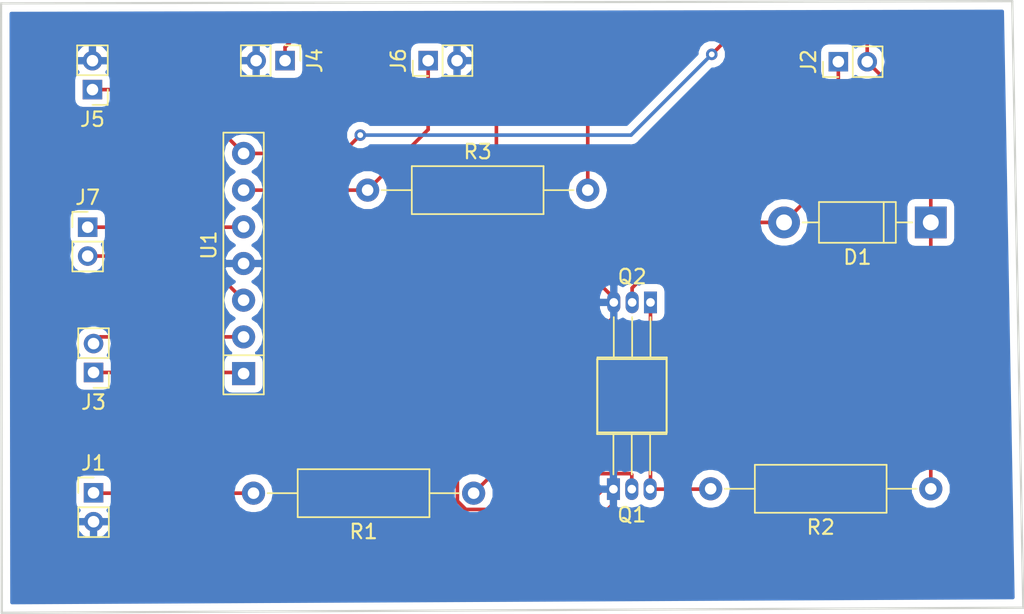
<source format=kicad_pcb>
(kicad_pcb (version 20171130) (host pcbnew "(5.0.2)-1")

  (general
    (thickness 1.6)
    (drawings 6)
    (tracks 76)
    (zones 0)
    (modules 14)
    (nets 13)
  )

  (page A4)
  (layers
    (0 F.Cu signal)
    (31 B.Cu signal)
    (32 B.Adhes user)
    (33 F.Adhes user)
    (34 B.Paste user)
    (35 F.Paste user)
    (36 B.SilkS user)
    (37 F.SilkS user)
    (38 B.Mask user)
    (39 F.Mask user)
    (40 Dwgs.User user)
    (41 Cmts.User user)
    (42 Eco1.User user)
    (43 Eco2.User user)
    (44 Edge.Cuts user)
    (45 Margin user)
    (46 B.CrtYd user)
    (47 F.CrtYd user)
    (48 B.Fab user)
    (49 F.Fab user)
  )

  (setup
    (last_trace_width 0.25)
    (trace_clearance 0.2)
    (zone_clearance 0.508)
    (zone_45_only no)
    (trace_min 0.2)
    (segment_width 0.2)
    (edge_width 0.15)
    (via_size 0.8)
    (via_drill 0.4)
    (via_min_size 0.4)
    (via_min_drill 0.3)
    (uvia_size 0.3)
    (uvia_drill 0.1)
    (uvias_allowed no)
    (uvia_min_size 0.2)
    (uvia_min_drill 0.1)
    (pcb_text_width 0.3)
    (pcb_text_size 1.5 1.5)
    (mod_edge_width 0.15)
    (mod_text_size 1 1)
    (mod_text_width 0.15)
    (pad_size 1.524 1.524)
    (pad_drill 0.762)
    (pad_to_mask_clearance 0.051)
    (solder_mask_min_width 0.25)
    (aux_axis_origin 0 0)
    (visible_elements FFFFFF7F)
    (pcbplotparams
      (layerselection 0x010fc_ffffffff)
      (usegerberextensions false)
      (usegerberattributes false)
      (usegerberadvancedattributes false)
      (creategerberjobfile false)
      (excludeedgelayer true)
      (linewidth 0.100000)
      (plotframeref false)
      (viasonmask false)
      (mode 1)
      (useauxorigin false)
      (hpglpennumber 1)
      (hpglpenspeed 20)
      (hpglpendiameter 15.000000)
      (psnegative false)
      (psa4output false)
      (plotreference true)
      (plotvalue true)
      (plotinvisibletext false)
      (padsonsilk false)
      (subtractmaskfromsilk false)
      (outputformat 1)
      (mirror false)
      (drillshape 1)
      (scaleselection 1)
      (outputdirectory ""))
  )

  (net 0 "")
  (net 1 "Net-(J1-Pad1)")
  (net 2 GND)
  (net 3 +12V)
  (net 4 "Net-(D1-Pad2)")
  (net 5 "Net-(J3-Pad2)")
  (net 6 "Net-(J3-Pad1)")
  (net 7 "Net-(J4-Pad1)")
  (net 8 +5V)
  (net 9 "Net-(J7-Pad1)")
  (net 10 "Net-(J7-Pad2)")
  (net 11 "Net-(Q1-Pad2)")
  (net 12 "Net-(Q1-Pad3)")

  (net_class Default "This is the default net class."
    (clearance 0.2)
    (trace_width 0.25)
    (via_dia 0.8)
    (via_drill 0.4)
    (uvia_dia 0.3)
    (uvia_drill 0.1)
    (add_net +12V)
    (add_net +5V)
    (add_net GND)
    (add_net "Net-(D1-Pad2)")
    (add_net "Net-(J1-Pad1)")
    (add_net "Net-(J3-Pad1)")
    (add_net "Net-(J3-Pad2)")
    (add_net "Net-(J4-Pad1)")
    (add_net "Net-(J7-Pad1)")
    (add_net "Net-(J7-Pad2)")
    (add_net "Net-(Q1-Pad2)")
    (add_net "Net-(Q1-Pad3)")
  )

  (module Pin_Headers:Pin_Header_Straight_1x02_Pitch2.00mm (layer F.Cu) (tedit 59650533) (tstamp 5D0F1E2F)
    (at 51.1302 64.9732)
    (descr "Through hole straight pin header, 1x02, 2.00mm pitch, single row")
    (tags "Through hole pin header THT 1x02 2.00mm single row")
    (path /5D0F0BA9)
    (fp_text reference J1 (at 0 -2.06) (layer F.SilkS)
      (effects (font (size 1 1) (thickness 0.15)))
    )
    (fp_text value EMAG_PWM (at 0 4.06) (layer F.Fab)
      (effects (font (size 1 1) (thickness 0.15)))
    )
    (fp_line (start -0.5 -1) (end 1 -1) (layer F.Fab) (width 0.1))
    (fp_line (start 1 -1) (end 1 3) (layer F.Fab) (width 0.1))
    (fp_line (start 1 3) (end -1 3) (layer F.Fab) (width 0.1))
    (fp_line (start -1 3) (end -1 -0.5) (layer F.Fab) (width 0.1))
    (fp_line (start -1 -0.5) (end -0.5 -1) (layer F.Fab) (width 0.1))
    (fp_line (start -1.06 3.06) (end 1.06 3.06) (layer F.SilkS) (width 0.12))
    (fp_line (start -1.06 1) (end -1.06 3.06) (layer F.SilkS) (width 0.12))
    (fp_line (start 1.06 1) (end 1.06 3.06) (layer F.SilkS) (width 0.12))
    (fp_line (start -1.06 1) (end 1.06 1) (layer F.SilkS) (width 0.12))
    (fp_line (start -1.06 0) (end -1.06 -1.06) (layer F.SilkS) (width 0.12))
    (fp_line (start -1.06 -1.06) (end 0 -1.06) (layer F.SilkS) (width 0.12))
    (fp_line (start -1.5 -1.5) (end -1.5 3.5) (layer F.CrtYd) (width 0.05))
    (fp_line (start -1.5 3.5) (end 1.5 3.5) (layer F.CrtYd) (width 0.05))
    (fp_line (start 1.5 3.5) (end 1.5 -1.5) (layer F.CrtYd) (width 0.05))
    (fp_line (start 1.5 -1.5) (end -1.5 -1.5) (layer F.CrtYd) (width 0.05))
    (fp_text user %R (at 0 1 90) (layer F.Fab)
      (effects (font (size 1 1) (thickness 0.15)))
    )
    (pad 1 thru_hole rect (at 0 0) (size 1.35 1.35) (drill 0.8) (layers *.Cu *.Mask)
      (net 1 "Net-(J1-Pad1)"))
    (pad 2 thru_hole oval (at 0 2) (size 1.35 1.35) (drill 0.8) (layers *.Cu *.Mask)
      (net 2 GND))
    (model ${KISYS3DMOD}/Pin_Headers.3dshapes/Pin_Header_Straight_1x02_Pitch2.00mm.wrl
      (at (xyz 0 0 0))
      (scale (xyz 1 1 1))
      (rotate (xyz 0 0 0))
    )
  )

  (module Pin_Headers:Pin_Header_Straight_1x02_Pitch2.00mm (layer F.Cu) (tedit 59650533) (tstamp 5D0F1E45)
    (at 102.6922 35.1282 90)
    (descr "Through hole straight pin header, 1x02, 2.00mm pitch, single row")
    (tags "Through hole pin header THT 1x02 2.00mm single row")
    (path /5D0F0B57)
    (fp_text reference J2 (at 0 -2.06 90) (layer F.SilkS)
      (effects (font (size 1 1) (thickness 0.15)))
    )
    (fp_text value EMAG_OUT (at 0 4.06 90) (layer F.Fab)
      (effects (font (size 1 1) (thickness 0.15)))
    )
    (fp_text user %R (at 0 1 180) (layer F.Fab)
      (effects (font (size 1 1) (thickness 0.15)))
    )
    (fp_line (start 1.5 -1.5) (end -1.5 -1.5) (layer F.CrtYd) (width 0.05))
    (fp_line (start 1.5 3.5) (end 1.5 -1.5) (layer F.CrtYd) (width 0.05))
    (fp_line (start -1.5 3.5) (end 1.5 3.5) (layer F.CrtYd) (width 0.05))
    (fp_line (start -1.5 -1.5) (end -1.5 3.5) (layer F.CrtYd) (width 0.05))
    (fp_line (start -1.06 -1.06) (end 0 -1.06) (layer F.SilkS) (width 0.12))
    (fp_line (start -1.06 0) (end -1.06 -1.06) (layer F.SilkS) (width 0.12))
    (fp_line (start -1.06 1) (end 1.06 1) (layer F.SilkS) (width 0.12))
    (fp_line (start 1.06 1) (end 1.06 3.06) (layer F.SilkS) (width 0.12))
    (fp_line (start -1.06 1) (end -1.06 3.06) (layer F.SilkS) (width 0.12))
    (fp_line (start -1.06 3.06) (end 1.06 3.06) (layer F.SilkS) (width 0.12))
    (fp_line (start -1 -0.5) (end -0.5 -1) (layer F.Fab) (width 0.1))
    (fp_line (start -1 3) (end -1 -0.5) (layer F.Fab) (width 0.1))
    (fp_line (start 1 3) (end -1 3) (layer F.Fab) (width 0.1))
    (fp_line (start 1 -1) (end 1 3) (layer F.Fab) (width 0.1))
    (fp_line (start -0.5 -1) (end 1 -1) (layer F.Fab) (width 0.1))
    (pad 2 thru_hole oval (at 0 2 90) (size 1.35 1.35) (drill 0.8) (layers *.Cu *.Mask)
      (net 3 +12V))
    (pad 1 thru_hole rect (at 0 0 90) (size 1.35 1.35) (drill 0.8) (layers *.Cu *.Mask)
      (net 4 "Net-(D1-Pad2)"))
    (model ${KISYS3DMOD}/Pin_Headers.3dshapes/Pin_Header_Straight_1x02_Pitch2.00mm.wrl
      (at (xyz 0 0 0))
      (scale (xyz 1 1 1))
      (rotate (xyz 0 0 0))
    )
  )

  (module Pin_Headers:Pin_Header_Straight_1x02_Pitch2.00mm (layer F.Cu) (tedit 59650533) (tstamp 5D0F2300)
    (at 51.1302 56.642 180)
    (descr "Through hole straight pin header, 1x02, 2.00mm pitch, single row")
    (tags "Through hole pin header THT 1x02 2.00mm single row")
    (path /5D0F0BC0)
    (fp_text reference J3 (at 0 -2.06 180) (layer F.SilkS)
      (effects (font (size 1 1) (thickness 0.15)))
    )
    (fp_text value MOTOR_PWM (at 0 4.06 180) (layer F.Fab)
      (effects (font (size 1 1) (thickness 0.15)))
    )
    (fp_text user %R (at 0 1 270) (layer F.Fab)
      (effects (font (size 1 1) (thickness 0.15)))
    )
    (fp_line (start 1.5 -1.5) (end -1.5 -1.5) (layer F.CrtYd) (width 0.05))
    (fp_line (start 1.5 3.5) (end 1.5 -1.5) (layer F.CrtYd) (width 0.05))
    (fp_line (start -1.5 3.5) (end 1.5 3.5) (layer F.CrtYd) (width 0.05))
    (fp_line (start -1.5 -1.5) (end -1.5 3.5) (layer F.CrtYd) (width 0.05))
    (fp_line (start -1.06 -1.06) (end 0 -1.06) (layer F.SilkS) (width 0.12))
    (fp_line (start -1.06 0) (end -1.06 -1.06) (layer F.SilkS) (width 0.12))
    (fp_line (start -1.06 1) (end 1.06 1) (layer F.SilkS) (width 0.12))
    (fp_line (start 1.06 1) (end 1.06 3.06) (layer F.SilkS) (width 0.12))
    (fp_line (start -1.06 1) (end -1.06 3.06) (layer F.SilkS) (width 0.12))
    (fp_line (start -1.06 3.06) (end 1.06 3.06) (layer F.SilkS) (width 0.12))
    (fp_line (start -1 -0.5) (end -0.5 -1) (layer F.Fab) (width 0.1))
    (fp_line (start -1 3) (end -1 -0.5) (layer F.Fab) (width 0.1))
    (fp_line (start 1 3) (end -1 3) (layer F.Fab) (width 0.1))
    (fp_line (start 1 -1) (end 1 3) (layer F.Fab) (width 0.1))
    (fp_line (start -0.5 -1) (end 1 -1) (layer F.Fab) (width 0.1))
    (pad 2 thru_hole oval (at 0 2 180) (size 1.35 1.35) (drill 0.8) (layers *.Cu *.Mask)
      (net 5 "Net-(J3-Pad2)"))
    (pad 1 thru_hole rect (at 0 0 180) (size 1.35 1.35) (drill 0.8) (layers *.Cu *.Mask)
      (net 6 "Net-(J3-Pad1)"))
    (model ${KISYS3DMOD}/Pin_Headers.3dshapes/Pin_Header_Straight_1x02_Pitch2.00mm.wrl
      (at (xyz 0 0 0))
      (scale (xyz 1 1 1))
      (rotate (xyz 0 0 0))
    )
  )

  (module Pin_Headers:Pin_Header_Straight_1x02_Pitch2.00mm (layer F.Cu) (tedit 59650533) (tstamp 5D0F1E71)
    (at 64.389 35.052 270)
    (descr "Through hole straight pin header, 1x02, 2.00mm pitch, single row")
    (tags "Through hole pin header THT 1x02 2.00mm single row")
    (path /5D0F0C15)
    (fp_text reference J4 (at 0 -2.06 270) (layer F.SilkS)
      (effects (font (size 1 1) (thickness 0.15)))
    )
    (fp_text value LMT_switch (at 0 4.06 270) (layer F.Fab)
      (effects (font (size 1 1) (thickness 0.15)))
    )
    (fp_text user %R (at 0 1) (layer F.Fab)
      (effects (font (size 1 1) (thickness 0.15)))
    )
    (fp_line (start 1.5 -1.5) (end -1.5 -1.5) (layer F.CrtYd) (width 0.05))
    (fp_line (start 1.5 3.5) (end 1.5 -1.5) (layer F.CrtYd) (width 0.05))
    (fp_line (start -1.5 3.5) (end 1.5 3.5) (layer F.CrtYd) (width 0.05))
    (fp_line (start -1.5 -1.5) (end -1.5 3.5) (layer F.CrtYd) (width 0.05))
    (fp_line (start -1.06 -1.06) (end 0 -1.06) (layer F.SilkS) (width 0.12))
    (fp_line (start -1.06 0) (end -1.06 -1.06) (layer F.SilkS) (width 0.12))
    (fp_line (start -1.06 1) (end 1.06 1) (layer F.SilkS) (width 0.12))
    (fp_line (start 1.06 1) (end 1.06 3.06) (layer F.SilkS) (width 0.12))
    (fp_line (start -1.06 1) (end -1.06 3.06) (layer F.SilkS) (width 0.12))
    (fp_line (start -1.06 3.06) (end 1.06 3.06) (layer F.SilkS) (width 0.12))
    (fp_line (start -1 -0.5) (end -0.5 -1) (layer F.Fab) (width 0.1))
    (fp_line (start -1 3) (end -1 -0.5) (layer F.Fab) (width 0.1))
    (fp_line (start 1 3) (end -1 3) (layer F.Fab) (width 0.1))
    (fp_line (start 1 -1) (end 1 3) (layer F.Fab) (width 0.1))
    (fp_line (start -0.5 -1) (end 1 -1) (layer F.Fab) (width 0.1))
    (pad 2 thru_hole oval (at 0 2 270) (size 1.35 1.35) (drill 0.8) (layers *.Cu *.Mask)
      (net 2 GND))
    (pad 1 thru_hole rect (at 0 0 270) (size 1.35 1.35) (drill 0.8) (layers *.Cu *.Mask)
      (net 7 "Net-(J4-Pad1)"))
    (model ${KISYS3DMOD}/Pin_Headers.3dshapes/Pin_Header_Straight_1x02_Pitch2.00mm.wrl
      (at (xyz 0 0 0))
      (scale (xyz 1 1 1))
      (rotate (xyz 0 0 0))
    )
  )

  (module Pin_Headers:Pin_Header_Straight_1x02_Pitch2.00mm (layer F.Cu) (tedit 59650533) (tstamp 5D0F1E87)
    (at 51.054 37.0586 180)
    (descr "Through hole straight pin header, 1x02, 2.00mm pitch, single row")
    (tags "Through hole pin header THT 1x02 2.00mm single row")
    (path /5D0F0C29)
    (fp_text reference J5 (at 0 -2.06 180) (layer F.SilkS)
      (effects (font (size 1 1) (thickness 0.15)))
    )
    (fp_text value HV_PWR (at 0 4.06 180) (layer F.Fab)
      (effects (font (size 1 1) (thickness 0.15)))
    )
    (fp_line (start -0.5 -1) (end 1 -1) (layer F.Fab) (width 0.1))
    (fp_line (start 1 -1) (end 1 3) (layer F.Fab) (width 0.1))
    (fp_line (start 1 3) (end -1 3) (layer F.Fab) (width 0.1))
    (fp_line (start -1 3) (end -1 -0.5) (layer F.Fab) (width 0.1))
    (fp_line (start -1 -0.5) (end -0.5 -1) (layer F.Fab) (width 0.1))
    (fp_line (start -1.06 3.06) (end 1.06 3.06) (layer F.SilkS) (width 0.12))
    (fp_line (start -1.06 1) (end -1.06 3.06) (layer F.SilkS) (width 0.12))
    (fp_line (start 1.06 1) (end 1.06 3.06) (layer F.SilkS) (width 0.12))
    (fp_line (start -1.06 1) (end 1.06 1) (layer F.SilkS) (width 0.12))
    (fp_line (start -1.06 0) (end -1.06 -1.06) (layer F.SilkS) (width 0.12))
    (fp_line (start -1.06 -1.06) (end 0 -1.06) (layer F.SilkS) (width 0.12))
    (fp_line (start -1.5 -1.5) (end -1.5 3.5) (layer F.CrtYd) (width 0.05))
    (fp_line (start -1.5 3.5) (end 1.5 3.5) (layer F.CrtYd) (width 0.05))
    (fp_line (start 1.5 3.5) (end 1.5 -1.5) (layer F.CrtYd) (width 0.05))
    (fp_line (start 1.5 -1.5) (end -1.5 -1.5) (layer F.CrtYd) (width 0.05))
    (fp_text user %R (at 0 1 270) (layer F.Fab)
      (effects (font (size 1 1) (thickness 0.15)))
    )
    (pad 1 thru_hole rect (at 0 0 180) (size 1.35 1.35) (drill 0.8) (layers *.Cu *.Mask)
      (net 3 +12V))
    (pad 2 thru_hole oval (at 0 2 180) (size 1.35 1.35) (drill 0.8) (layers *.Cu *.Mask)
      (net 2 GND))
    (model ${KISYS3DMOD}/Pin_Headers.3dshapes/Pin_Header_Straight_1x02_Pitch2.00mm.wrl
      (at (xyz 0 0 0))
      (scale (xyz 1 1 1))
      (rotate (xyz 0 0 0))
    )
  )

  (module Pin_Headers:Pin_Header_Straight_1x02_Pitch2.00mm (layer F.Cu) (tedit 59650533) (tstamp 5D0F3CF1)
    (at 74.295 35.052 90)
    (descr "Through hole straight pin header, 1x02, 2.00mm pitch, single row")
    (tags "Through hole pin header THT 1x02 2.00mm single row")
    (path /5D0F0C3C)
    (fp_text reference J6 (at 0 -2.06 90) (layer F.SilkS)
      (effects (font (size 1 1) (thickness 0.15)))
    )
    (fp_text value LV_PWR (at 0 4.06 90) (layer F.Fab)
      (effects (font (size 1 1) (thickness 0.15)))
    )
    (fp_text user %R (at 0 1 180) (layer F.Fab)
      (effects (font (size 1 1) (thickness 0.15)))
    )
    (fp_line (start 1.5 -1.5) (end -1.5 -1.5) (layer F.CrtYd) (width 0.05))
    (fp_line (start 1.5 3.5) (end 1.5 -1.5) (layer F.CrtYd) (width 0.05))
    (fp_line (start -1.5 3.5) (end 1.5 3.5) (layer F.CrtYd) (width 0.05))
    (fp_line (start -1.5 -1.5) (end -1.5 3.5) (layer F.CrtYd) (width 0.05))
    (fp_line (start -1.06 -1.06) (end 0 -1.06) (layer F.SilkS) (width 0.12))
    (fp_line (start -1.06 0) (end -1.06 -1.06) (layer F.SilkS) (width 0.12))
    (fp_line (start -1.06 1) (end 1.06 1) (layer F.SilkS) (width 0.12))
    (fp_line (start 1.06 1) (end 1.06 3.06) (layer F.SilkS) (width 0.12))
    (fp_line (start -1.06 1) (end -1.06 3.06) (layer F.SilkS) (width 0.12))
    (fp_line (start -1.06 3.06) (end 1.06 3.06) (layer F.SilkS) (width 0.12))
    (fp_line (start -1 -0.5) (end -0.5 -1) (layer F.Fab) (width 0.1))
    (fp_line (start -1 3) (end -1 -0.5) (layer F.Fab) (width 0.1))
    (fp_line (start 1 3) (end -1 3) (layer F.Fab) (width 0.1))
    (fp_line (start 1 -1) (end 1 3) (layer F.Fab) (width 0.1))
    (fp_line (start -0.5 -1) (end 1 -1) (layer F.Fab) (width 0.1))
    (pad 2 thru_hole oval (at 0 2 90) (size 1.35 1.35) (drill 0.8) (layers *.Cu *.Mask)
      (net 2 GND))
    (pad 1 thru_hole rect (at 0 0 90) (size 1.35 1.35) (drill 0.8) (layers *.Cu *.Mask)
      (net 8 +5V))
    (model ${KISYS3DMOD}/Pin_Headers.3dshapes/Pin_Header_Straight_1x02_Pitch2.00mm.wrl
      (at (xyz 0 0 0))
      (scale (xyz 1 1 1))
      (rotate (xyz 0 0 0))
    )
  )

  (module Pin_Headers:Pin_Header_Straight_1x02_Pitch2.00mm (layer F.Cu) (tedit 59650533) (tstamp 5D0F3332)
    (at 50.7238 46.5836)
    (descr "Through hole straight pin header, 1x02, 2.00mm pitch, single row")
    (tags "Through hole pin header THT 1x02 2.00mm single row")
    (path /5D0F0C02)
    (fp_text reference J7 (at 0 -2.06) (layer F.SilkS)
      (effects (font (size 1 1) (thickness 0.15)))
    )
    (fp_text value MOTOR_OUT (at 0 4.06) (layer F.Fab)
      (effects (font (size 1 1) (thickness 0.15)))
    )
    (fp_line (start -0.5 -1) (end 1 -1) (layer F.Fab) (width 0.1))
    (fp_line (start 1 -1) (end 1 3) (layer F.Fab) (width 0.1))
    (fp_line (start 1 3) (end -1 3) (layer F.Fab) (width 0.1))
    (fp_line (start -1 3) (end -1 -0.5) (layer F.Fab) (width 0.1))
    (fp_line (start -1 -0.5) (end -0.5 -1) (layer F.Fab) (width 0.1))
    (fp_line (start -1.06 3.06) (end 1.06 3.06) (layer F.SilkS) (width 0.12))
    (fp_line (start -1.06 1) (end -1.06 3.06) (layer F.SilkS) (width 0.12))
    (fp_line (start 1.06 1) (end 1.06 3.06) (layer F.SilkS) (width 0.12))
    (fp_line (start -1.06 1) (end 1.06 1) (layer F.SilkS) (width 0.12))
    (fp_line (start -1.06 0) (end -1.06 -1.06) (layer F.SilkS) (width 0.12))
    (fp_line (start -1.06 -1.06) (end 0 -1.06) (layer F.SilkS) (width 0.12))
    (fp_line (start -1.5 -1.5) (end -1.5 3.5) (layer F.CrtYd) (width 0.05))
    (fp_line (start -1.5 3.5) (end 1.5 3.5) (layer F.CrtYd) (width 0.05))
    (fp_line (start 1.5 3.5) (end 1.5 -1.5) (layer F.CrtYd) (width 0.05))
    (fp_line (start 1.5 -1.5) (end -1.5 -1.5) (layer F.CrtYd) (width 0.05))
    (fp_text user %R (at 0 1 90) (layer F.Fab)
      (effects (font (size 1 1) (thickness 0.15)))
    )
    (pad 1 thru_hole rect (at 0 0) (size 1.35 1.35) (drill 0.8) (layers *.Cu *.Mask)
      (net 9 "Net-(J7-Pad1)"))
    (pad 2 thru_hole oval (at 0 2) (size 1.35 1.35) (drill 0.8) (layers *.Cu *.Mask)
      (net 10 "Net-(J7-Pad2)"))
    (model ${KISYS3DMOD}/Pin_Headers.3dshapes/Pin_Header_Straight_1x02_Pitch2.00mm.wrl
      (at (xyz 0 0 0))
      (scale (xyz 1 1 1))
      (rotate (xyz 0 0 0))
    )
  )

  (module Resistors_THT:R_Axial_DIN0309_L9.0mm_D3.2mm_P15.24mm_Horizontal (layer F.Cu) (tedit 5874F706) (tstamp 5D0F1EC9)
    (at 77.4446 64.9986 180)
    (descr "Resistor, Axial_DIN0309 series, Axial, Horizontal, pin pitch=15.24mm, 0.5W = 1/2W, length*diameter=9*3.2mm^2, http://cdn-reichelt.de/documents/datenblatt/B400/1_4W%23YAG.pdf")
    (tags "Resistor Axial_DIN0309 series Axial Horizontal pin pitch 15.24mm 0.5W = 1/2W length 9mm diameter 3.2mm")
    (path /5D0F0C6F)
    (fp_text reference R1 (at 7.62 -2.66 180) (layer F.SilkS)
      (effects (font (size 1 1) (thickness 0.15)))
    )
    (fp_text value 47k (at 7.62 2.66 180) (layer F.Fab)
      (effects (font (size 1 1) (thickness 0.15)))
    )
    (fp_line (start 16.3 -1.95) (end -1.05 -1.95) (layer F.CrtYd) (width 0.05))
    (fp_line (start 16.3 1.95) (end 16.3 -1.95) (layer F.CrtYd) (width 0.05))
    (fp_line (start -1.05 1.95) (end 16.3 1.95) (layer F.CrtYd) (width 0.05))
    (fp_line (start -1.05 -1.95) (end -1.05 1.95) (layer F.CrtYd) (width 0.05))
    (fp_line (start 14.26 0) (end 12.18 0) (layer F.SilkS) (width 0.12))
    (fp_line (start 0.98 0) (end 3.06 0) (layer F.SilkS) (width 0.12))
    (fp_line (start 12.18 -1.66) (end 3.06 -1.66) (layer F.SilkS) (width 0.12))
    (fp_line (start 12.18 1.66) (end 12.18 -1.66) (layer F.SilkS) (width 0.12))
    (fp_line (start 3.06 1.66) (end 12.18 1.66) (layer F.SilkS) (width 0.12))
    (fp_line (start 3.06 -1.66) (end 3.06 1.66) (layer F.SilkS) (width 0.12))
    (fp_line (start 15.24 0) (end 12.12 0) (layer F.Fab) (width 0.1))
    (fp_line (start 0 0) (end 3.12 0) (layer F.Fab) (width 0.1))
    (fp_line (start 12.12 -1.6) (end 3.12 -1.6) (layer F.Fab) (width 0.1))
    (fp_line (start 12.12 1.6) (end 12.12 -1.6) (layer F.Fab) (width 0.1))
    (fp_line (start 3.12 1.6) (end 12.12 1.6) (layer F.Fab) (width 0.1))
    (fp_line (start 3.12 -1.6) (end 3.12 1.6) (layer F.Fab) (width 0.1))
    (pad 2 thru_hole oval (at 15.24 0 180) (size 1.6 1.6) (drill 0.8) (layers *.Cu *.Mask)
      (net 1 "Net-(J1-Pad1)"))
    (pad 1 thru_hole circle (at 0 0 180) (size 1.6 1.6) (drill 0.8) (layers *.Cu *.Mask)
      (net 11 "Net-(Q1-Pad2)"))
    (model ${KISYS3DMOD}/Resistors_THT.3dshapes/R_Axial_DIN0309_L9.0mm_D3.2mm_P15.24mm_Horizontal.wrl
      (at (xyz 0 0 0))
      (scale (xyz 0.393701 0.393701 0.393701))
      (rotate (xyz 0 0 0))
    )
  )

  (module Resistors_THT:R_Axial_DIN0309_L9.0mm_D3.2mm_P15.24mm_Horizontal (layer F.Cu) (tedit 5874F706) (tstamp 5D0F1EDF)
    (at 109.093 64.6938 180)
    (descr "Resistor, Axial_DIN0309 series, Axial, Horizontal, pin pitch=15.24mm, 0.5W = 1/2W, length*diameter=9*3.2mm^2, http://cdn-reichelt.de/documents/datenblatt/B400/1_4W%23YAG.pdf")
    (tags "Resistor Axial_DIN0309 series Axial Horizontal pin pitch 15.24mm 0.5W = 1/2W length 9mm diameter 3.2mm")
    (path /5D0F0CD2)
    (fp_text reference R2 (at 7.62 -2.66 180) (layer F.SilkS)
      (effects (font (size 1 1) (thickness 0.15)))
    )
    (fp_text value 4.6k (at 7.62 2.66 180) (layer F.Fab)
      (effects (font (size 1 1) (thickness 0.15)))
    )
    (fp_line (start 3.12 -1.6) (end 3.12 1.6) (layer F.Fab) (width 0.1))
    (fp_line (start 3.12 1.6) (end 12.12 1.6) (layer F.Fab) (width 0.1))
    (fp_line (start 12.12 1.6) (end 12.12 -1.6) (layer F.Fab) (width 0.1))
    (fp_line (start 12.12 -1.6) (end 3.12 -1.6) (layer F.Fab) (width 0.1))
    (fp_line (start 0 0) (end 3.12 0) (layer F.Fab) (width 0.1))
    (fp_line (start 15.24 0) (end 12.12 0) (layer F.Fab) (width 0.1))
    (fp_line (start 3.06 -1.66) (end 3.06 1.66) (layer F.SilkS) (width 0.12))
    (fp_line (start 3.06 1.66) (end 12.18 1.66) (layer F.SilkS) (width 0.12))
    (fp_line (start 12.18 1.66) (end 12.18 -1.66) (layer F.SilkS) (width 0.12))
    (fp_line (start 12.18 -1.66) (end 3.06 -1.66) (layer F.SilkS) (width 0.12))
    (fp_line (start 0.98 0) (end 3.06 0) (layer F.SilkS) (width 0.12))
    (fp_line (start 14.26 0) (end 12.18 0) (layer F.SilkS) (width 0.12))
    (fp_line (start -1.05 -1.95) (end -1.05 1.95) (layer F.CrtYd) (width 0.05))
    (fp_line (start -1.05 1.95) (end 16.3 1.95) (layer F.CrtYd) (width 0.05))
    (fp_line (start 16.3 1.95) (end 16.3 -1.95) (layer F.CrtYd) (width 0.05))
    (fp_line (start 16.3 -1.95) (end -1.05 -1.95) (layer F.CrtYd) (width 0.05))
    (pad 1 thru_hole circle (at 0 0 180) (size 1.6 1.6) (drill 0.8) (layers *.Cu *.Mask)
      (net 3 +12V))
    (pad 2 thru_hole oval (at 15.24 0 180) (size 1.6 1.6) (drill 0.8) (layers *.Cu *.Mask)
      (net 12 "Net-(Q1-Pad3)"))
    (model ${KISYS3DMOD}/Resistors_THT.3dshapes/R_Axial_DIN0309_L9.0mm_D3.2mm_P15.24mm_Horizontal.wrl
      (at (xyz 0 0 0))
      (scale (xyz 0.393701 0.393701 0.393701))
      (rotate (xyz 0 0 0))
    )
  )

  (module Resistors_THT:R_Axial_DIN0309_L9.0mm_D3.2mm_P15.24mm_Horizontal (layer F.Cu) (tedit 5874F706) (tstamp 5D0F1EF5)
    (at 70.104 44.0182)
    (descr "Resistor, Axial_DIN0309 series, Axial, Horizontal, pin pitch=15.24mm, 0.5W = 1/2W, length*diameter=9*3.2mm^2, http://cdn-reichelt.de/documents/datenblatt/B400/1_4W%23YAG.pdf")
    (tags "Resistor Axial_DIN0309 series Axial Horizontal pin pitch 15.24mm 0.5W = 1/2W length 9mm diameter 3.2mm")
    (path /5D0F0CFC)
    (fp_text reference R3 (at 7.62 -2.66) (layer F.SilkS)
      (effects (font (size 1 1) (thickness 0.15)))
    )
    (fp_text value 1k (at 7.62 2.66) (layer F.Fab)
      (effects (font (size 1 1) (thickness 0.15)))
    )
    (fp_line (start 16.3 -1.95) (end -1.05 -1.95) (layer F.CrtYd) (width 0.05))
    (fp_line (start 16.3 1.95) (end 16.3 -1.95) (layer F.CrtYd) (width 0.05))
    (fp_line (start -1.05 1.95) (end 16.3 1.95) (layer F.CrtYd) (width 0.05))
    (fp_line (start -1.05 -1.95) (end -1.05 1.95) (layer F.CrtYd) (width 0.05))
    (fp_line (start 14.26 0) (end 12.18 0) (layer F.SilkS) (width 0.12))
    (fp_line (start 0.98 0) (end 3.06 0) (layer F.SilkS) (width 0.12))
    (fp_line (start 12.18 -1.66) (end 3.06 -1.66) (layer F.SilkS) (width 0.12))
    (fp_line (start 12.18 1.66) (end 12.18 -1.66) (layer F.SilkS) (width 0.12))
    (fp_line (start 3.06 1.66) (end 12.18 1.66) (layer F.SilkS) (width 0.12))
    (fp_line (start 3.06 -1.66) (end 3.06 1.66) (layer F.SilkS) (width 0.12))
    (fp_line (start 15.24 0) (end 12.12 0) (layer F.Fab) (width 0.1))
    (fp_line (start 0 0) (end 3.12 0) (layer F.Fab) (width 0.1))
    (fp_line (start 12.12 -1.6) (end 3.12 -1.6) (layer F.Fab) (width 0.1))
    (fp_line (start 12.12 1.6) (end 12.12 -1.6) (layer F.Fab) (width 0.1))
    (fp_line (start 3.12 1.6) (end 12.12 1.6) (layer F.Fab) (width 0.1))
    (fp_line (start 3.12 -1.6) (end 3.12 1.6) (layer F.Fab) (width 0.1))
    (pad 2 thru_hole oval (at 15.24 0) (size 1.6 1.6) (drill 0.8) (layers *.Cu *.Mask)
      (net 7 "Net-(J4-Pad1)"))
    (pad 1 thru_hole circle (at 0 0) (size 1.6 1.6) (drill 0.8) (layers *.Cu *.Mask)
      (net 8 +5V))
    (model ${KISYS3DMOD}/Resistors_THT.3dshapes/R_Axial_DIN0309_L9.0mm_D3.2mm_P15.24mm_Horizontal.wrl
      (at (xyz 0 0 0))
      (scale (xyz 0.393701 0.393701 0.393701))
      (rotate (xyz 0 0 0))
    )
  )

  (module Resistors_THT:R_Array_SIP7 (layer F.Cu) (tedit 57FA3974) (tstamp 5D0F1F0E)
    (at 61.5188 56.7182 90)
    (descr "7-pin Resistor SIP pack")
    (tags R)
    (path /5D0F334E)
    (fp_text reference U1 (at 8.89 -2.4 90) (layer F.SilkS)
      (effects (font (size 1 1) (thickness 0.15)))
    )
    (fp_text value TA7267BP (at 8.89 2.4 90) (layer F.Fab)
      (effects (font (size 1 1) (thickness 0.15)))
    )
    (fp_line (start 16.95 -1.65) (end -1.7 -1.65) (layer F.CrtYd) (width 0.05))
    (fp_line (start 16.95 1.65) (end 16.95 -1.65) (layer F.CrtYd) (width 0.05))
    (fp_line (start -1.7 1.65) (end 16.95 1.65) (layer F.CrtYd) (width 0.05))
    (fp_line (start -1.7 -1.65) (end -1.7 1.65) (layer F.CrtYd) (width 0.05))
    (fp_line (start 1.27 -1.4) (end 1.27 1.4) (layer F.SilkS) (width 0.12))
    (fp_line (start 16.68 -1.4) (end -1.44 -1.4) (layer F.SilkS) (width 0.12))
    (fp_line (start 16.68 1.4) (end 16.68 -1.4) (layer F.SilkS) (width 0.12))
    (fp_line (start -1.44 1.4) (end 16.68 1.4) (layer F.SilkS) (width 0.12))
    (fp_line (start -1.44 -1.4) (end -1.44 1.4) (layer F.SilkS) (width 0.12))
    (fp_line (start 1.27 -1.25) (end 1.27 1.25) (layer F.Fab) (width 0.1))
    (fp_line (start 16.53 -1.25) (end -1.29 -1.25) (layer F.Fab) (width 0.1))
    (fp_line (start 16.53 1.25) (end 16.53 -1.25) (layer F.Fab) (width 0.1))
    (fp_line (start -1.29 1.25) (end 16.53 1.25) (layer F.Fab) (width 0.1))
    (fp_line (start -1.29 -1.25) (end -1.29 1.25) (layer F.Fab) (width 0.1))
    (pad 7 thru_hole oval (at 15.24 0 90) (size 1.6 1.6) (drill 0.8) (layers *.Cu *.Mask)
      (net 3 +12V))
    (pad 6 thru_hole oval (at 12.7 0 90) (size 1.6 1.6) (drill 0.8) (layers *.Cu *.Mask)
      (net 8 +5V))
    (pad 5 thru_hole oval (at 10.16 0 90) (size 1.6 1.6) (drill 0.8) (layers *.Cu *.Mask)
      (net 9 "Net-(J7-Pad1)"))
    (pad 4 thru_hole oval (at 7.62 0 90) (size 1.6 1.6) (drill 0.8) (layers *.Cu *.Mask)
      (net 2 GND))
    (pad 3 thru_hole oval (at 5.08 0 90) (size 1.6 1.6) (drill 0.8) (layers *.Cu *.Mask)
      (net 10 "Net-(J7-Pad2)"))
    (pad 2 thru_hole oval (at 2.54 0 90) (size 1.6 1.6) (drill 0.8) (layers *.Cu *.Mask)
      (net 5 "Net-(J3-Pad2)"))
    (pad 1 thru_hole rect (at 0 0 90) (size 1.6 1.6) (drill 0.8) (layers *.Cu *.Mask)
      (net 6 "Net-(J3-Pad1)"))
    (model ${KISYS3DMOD}/Resistors_THT.3dshapes/R_Array_SIP7.wrl
      (at (xyz 0 0 0))
      (scale (xyz 0.39 0.39 0.39))
      (rotate (xyz 0 0 0))
    )
  )

  (module Diodes_THT:D_DO-41_SOD81_P10.16mm_Horizontal (layer F.Cu) (tedit 5921392F) (tstamp 5D0F30E0)
    (at 109.093 46.2534 180)
    (descr "D, DO-41_SOD81 series, Axial, Horizontal, pin pitch=10.16mm, , length*diameter=5.2*2.7mm^2, , http://www.diodes.com/_files/packages/DO-41%20(Plastic).pdf")
    (tags "D DO-41_SOD81 series Axial Horizontal pin pitch 10.16mm  length 5.2mm diameter 2.7mm")
    (path /5D0F90E9)
    (fp_text reference D1 (at 5.08 -2.41 180) (layer F.SilkS)
      (effects (font (size 1 1) (thickness 0.15)))
    )
    (fp_text value 1N4005 (at 5.08 2.41 180) (layer F.Fab)
      (effects (font (size 1 1) (thickness 0.15)))
    )
    (fp_line (start 11.55 -1.7) (end -1.35 -1.7) (layer F.CrtYd) (width 0.05))
    (fp_line (start 11.55 1.7) (end 11.55 -1.7) (layer F.CrtYd) (width 0.05))
    (fp_line (start -1.35 1.7) (end 11.55 1.7) (layer F.CrtYd) (width 0.05))
    (fp_line (start -1.35 -1.7) (end -1.35 1.7) (layer F.CrtYd) (width 0.05))
    (fp_line (start 3.26 -1.41) (end 3.26 1.41) (layer F.SilkS) (width 0.12))
    (fp_line (start 8.88 0) (end 7.74 0) (layer F.SilkS) (width 0.12))
    (fp_line (start 1.28 0) (end 2.42 0) (layer F.SilkS) (width 0.12))
    (fp_line (start 7.74 -1.41) (end 2.42 -1.41) (layer F.SilkS) (width 0.12))
    (fp_line (start 7.74 1.41) (end 7.74 -1.41) (layer F.SilkS) (width 0.12))
    (fp_line (start 2.42 1.41) (end 7.74 1.41) (layer F.SilkS) (width 0.12))
    (fp_line (start 2.42 -1.41) (end 2.42 1.41) (layer F.SilkS) (width 0.12))
    (fp_line (start 3.26 -1.35) (end 3.26 1.35) (layer F.Fab) (width 0.1))
    (fp_line (start 10.16 0) (end 7.68 0) (layer F.Fab) (width 0.1))
    (fp_line (start 0 0) (end 2.48 0) (layer F.Fab) (width 0.1))
    (fp_line (start 7.68 -1.35) (end 2.48 -1.35) (layer F.Fab) (width 0.1))
    (fp_line (start 7.68 1.35) (end 7.68 -1.35) (layer F.Fab) (width 0.1))
    (fp_line (start 2.48 1.35) (end 7.68 1.35) (layer F.Fab) (width 0.1))
    (fp_line (start 2.48 -1.35) (end 2.48 1.35) (layer F.Fab) (width 0.1))
    (fp_text user %R (at 5.08 0 180) (layer F.Fab)
      (effects (font (size 1 1) (thickness 0.15)))
    )
    (pad 2 thru_hole oval (at 10.16 0 180) (size 2.2 2.2) (drill 1.1) (layers *.Cu *.Mask)
      (net 4 "Net-(D1-Pad2)"))
    (pad 1 thru_hole rect (at 0 0 180) (size 2.2 2.2) (drill 1.1) (layers *.Cu *.Mask)
      (net 3 +12V))
    (model ${KISYS3DMOD}/Diodes_THT.3dshapes/D_DO-41_SOD81_P10.16mm_Horizontal.wrl
      (at (xyz 0 0 0))
      (scale (xyz 0.393701 0.393701 0.393701))
      (rotate (xyz 0 0 0))
    )
  )

  (module TO_SOT_Packages_THT:TO-92_Horizontal2_Inline_Narrow_Oval (layer F.Cu) (tedit 58CE52AF) (tstamp 5D0F2FE7)
    (at 87.122 64.7192)
    (descr "TO-92 horizontal, leads in-line, narrow, oval pads, drill 0.6mm (see NXP sot054_po.pdf)")
    (tags "to-92 sc-43 sc-43a sot54 PA33 transistor")
    (path /5D0F2146)
    (fp_text reference Q1 (at 1.27 1.78) (layer F.SilkS)
      (effects (font (size 1 1) (thickness 0.15)))
    )
    (fp_text value PN2222A (at 1.27 -10.03) (layer F.Fab)
      (effects (font (size 1 1) (thickness 0.15)))
    )
    (fp_line (start 3.81 1) (end -1.27 1) (layer F.CrtYd) (width 0.05))
    (fp_line (start 3.81 1) (end 3.81 -9.14) (layer F.CrtYd) (width 0.05))
    (fp_line (start -1.27 -9.14) (end -1.27 1) (layer F.CrtYd) (width 0.05))
    (fp_line (start -1.27 -9.14) (end 3.81 -9.14) (layer F.CrtYd) (width 0.05))
    (fp_line (start -1.13 -9) (end -1.13 -3.81) (layer F.SilkS) (width 0.12))
    (fp_line (start 3.67 -9) (end -1.13 -9) (layer F.SilkS) (width 0.12))
    (fp_line (start 3.67 -3.81) (end 3.67 -9) (layer F.SilkS) (width 0.12))
    (fp_line (start -1.13 -3.81) (end 3.67 -3.81) (layer F.SilkS) (width 0.12))
    (fp_line (start 2.54 -1.02) (end 2.54 -3.81) (layer F.SilkS) (width 0.12))
    (fp_line (start 1.27 -1.02) (end 1.27 -3.81) (layer F.SilkS) (width 0.12))
    (fp_line (start 0 -1.02) (end 0 -3.81) (layer F.SilkS) (width 0.12))
    (fp_line (start 3.56 -8.89) (end -1.02 -8.89) (layer F.Fab) (width 0.1))
    (fp_line (start 3.56 -3.94) (end 3.56 -8.89) (layer F.Fab) (width 0.1))
    (fp_line (start -1.02 -3.94) (end 3.56 -3.94) (layer F.Fab) (width 0.1))
    (fp_line (start -1.02 -8.89) (end -1.02 -3.94) (layer F.Fab) (width 0.1))
    (fp_line (start 0 -3.94) (end 0 -1.02) (layer F.Fab) (width 0.1))
    (fp_line (start 1.27 -3.94) (end 1.27 -1.02) (layer F.Fab) (width 0.1))
    (fp_line (start 2.54 -3.94) (end 2.54 -1.02) (layer F.Fab) (width 0.1))
    (fp_text user %R (at 1.27 1.78) (layer F.Fab)
      (effects (font (size 1 1) (thickness 0.15)))
    )
    (pad 1 thru_hole rect (at 0 0 180) (size 0.9 1.5) (drill 0.6) (layers *.Cu *.Mask)
      (net 2 GND))
    (pad 3 thru_hole oval (at 2.54 0 180) (size 0.9 1.5) (drill 0.6) (layers *.Cu *.Mask)
      (net 12 "Net-(Q1-Pad3)"))
    (pad 2 thru_hole oval (at 1.27 0 180) (size 0.9 1.5) (drill 0.6) (layers *.Cu *.Mask)
      (net 11 "Net-(Q1-Pad2)"))
    (model ${KISYS3DMOD}/TO_SOT_Packages_THT.3dshapes/TO-92_Horizontal2_Inline_Narrow_Oval.wrl
      (offset (xyz 1.269999980926514 0 0))
      (scale (xyz 1 1 1))
      (rotate (xyz 0 0 90))
    )
  )

  (module TO_SOT_Packages_THT:TO-92_Horizontal2_Inline_Narrow_Oval (layer F.Cu) (tedit 58CE52AF) (tstamp 5D0F3001)
    (at 89.6874 51.7906 180)
    (descr "TO-92 horizontal, leads in-line, narrow, oval pads, drill 0.6mm (see NXP sot054_po.pdf)")
    (tags "to-92 sc-43 sc-43a sot54 PA33 transistor")
    (path /5D0F21F9)
    (fp_text reference Q2 (at 1.27 1.78 180) (layer F.SilkS)
      (effects (font (size 1 1) (thickness 0.15)))
    )
    (fp_text value IRF540N (at 1.27 -10.03 180) (layer F.Fab)
      (effects (font (size 1 1) (thickness 0.15)))
    )
    (fp_text user %R (at 1.27 1.78 180) (layer F.Fab)
      (effects (font (size 1 1) (thickness 0.15)))
    )
    (fp_line (start 2.54 -3.94) (end 2.54 -1.02) (layer F.Fab) (width 0.1))
    (fp_line (start 1.27 -3.94) (end 1.27 -1.02) (layer F.Fab) (width 0.1))
    (fp_line (start 0 -3.94) (end 0 -1.02) (layer F.Fab) (width 0.1))
    (fp_line (start -1.02 -8.89) (end -1.02 -3.94) (layer F.Fab) (width 0.1))
    (fp_line (start -1.02 -3.94) (end 3.56 -3.94) (layer F.Fab) (width 0.1))
    (fp_line (start 3.56 -3.94) (end 3.56 -8.89) (layer F.Fab) (width 0.1))
    (fp_line (start 3.56 -8.89) (end -1.02 -8.89) (layer F.Fab) (width 0.1))
    (fp_line (start 0 -1.02) (end 0 -3.81) (layer F.SilkS) (width 0.12))
    (fp_line (start 1.27 -1.02) (end 1.27 -3.81) (layer F.SilkS) (width 0.12))
    (fp_line (start 2.54 -1.02) (end 2.54 -3.81) (layer F.SilkS) (width 0.12))
    (fp_line (start -1.13 -3.81) (end 3.67 -3.81) (layer F.SilkS) (width 0.12))
    (fp_line (start 3.67 -3.81) (end 3.67 -9) (layer F.SilkS) (width 0.12))
    (fp_line (start 3.67 -9) (end -1.13 -9) (layer F.SilkS) (width 0.12))
    (fp_line (start -1.13 -9) (end -1.13 -3.81) (layer F.SilkS) (width 0.12))
    (fp_line (start -1.27 -9.14) (end 3.81 -9.14) (layer F.CrtYd) (width 0.05))
    (fp_line (start -1.27 -9.14) (end -1.27 1) (layer F.CrtYd) (width 0.05))
    (fp_line (start 3.81 1) (end 3.81 -9.14) (layer F.CrtYd) (width 0.05))
    (fp_line (start 3.81 1) (end -1.27 1) (layer F.CrtYd) (width 0.05))
    (pad 2 thru_hole oval (at 1.27 0) (size 0.9 1.5) (drill 0.6) (layers *.Cu *.Mask)
      (net 4 "Net-(D1-Pad2)"))
    (pad 3 thru_hole oval (at 2.54 0) (size 0.9 1.5) (drill 0.6) (layers *.Cu *.Mask)
      (net 2 GND))
    (pad 1 thru_hole rect (at 0 0) (size 0.9 1.5) (drill 0.6) (layers *.Cu *.Mask)
      (net 12 "Net-(Q1-Pad3)"))
    (model ${KISYS3DMOD}/TO_SOT_Packages_THT.3dshapes/TO-92_Horizontal2_Inline_Narrow_Oval.wrl
      (offset (xyz 1.269999980926514 0 0))
      (scale (xyz 1 1 1))
      (rotate (xyz 0 0 90))
    )
  )

  (gr_line (start 44.7294 31.0896) (end 44.7294 31.242) (layer Edge.Cuts) (width 0.15))
  (gr_line (start 44.831 31.0896) (end 44.7294 31.0896) (layer Edge.Cuts) (width 0.15))
  (gr_line (start 114.7318 30.9372) (end 44.831 31.0896) (layer Edge.Cuts) (width 0.15))
  (gr_line (start 115.4938 72.9234) (end 114.7318 30.9372) (layer Edge.Cuts) (width 0.15))
  (gr_line (start 44.7802 73.279) (end 115.4938 72.9234) (layer Edge.Cuts) (width 0.15))
  (gr_line (start 44.7294 31.2674) (end 44.7802 73.279) (layer Edge.Cuts) (width 0.15))

  (via (at 93.9292 34.6202) (size 0.8) (drill 0.4) (layers F.Cu B.Cu) (net 3) (tstamp 5D0F4041))
  (via (at 69.596 40.2082) (size 0.8) (drill 0.4) (layers F.Cu B.Cu) (net 3))
  (segment (start 51.1556 64.9986) (end 51.1302 64.9732) (width 0.25) (layer F.Cu) (net 1))
  (segment (start 62.2046 64.9986) (end 51.1556 64.9986) (width 0.25) (layer F.Cu) (net 1))
  (segment (start 87.122 65.7192) (end 87.122 64.7192) (width 0.25) (layer F.Cu) (net 2))
  (segment (start 85.868 66.9732) (end 87.122 65.7192) (width 0.25) (layer F.Cu) (net 2))
  (segment (start 76.319599 63.618401) (end 87.1474 52.7906) (width 0.25) (layer F.Cu) (net 2))
  (segment (start 76.319599 65.538601) (end 76.319599 63.618401) (width 0.25) (layer F.Cu) (net 2))
  (segment (start 87.1474 52.7906) (end 87.1474 51.7906) (width 0.25) (layer F.Cu) (net 2))
  (segment (start 76.904599 66.123601) (end 76.319599 65.538601) (width 0.25) (layer F.Cu) (net 2))
  (segment (start 85.017599 66.123601) (end 76.904599 66.123601) (width 0.25) (layer F.Cu) (net 2))
  (segment (start 86.422 64.7192) (end 85.017599 66.123601) (width 0.25) (layer F.Cu) (net 2))
  (segment (start 87.122 64.7192) (end 86.422 64.7192) (width 0.25) (layer F.Cu) (net 2))
  (segment (start 75.946 65.9122) (end 76.319599 65.538601) (width 0.25) (layer F.Cu) (net 2))
  (segment (start 75.946 66.9732) (end 75.946 65.9122) (width 0.25) (layer F.Cu) (net 2))
  (segment (start 75.946 66.9732) (end 85.868 66.9732) (width 0.25) (layer F.Cu) (net 2))
  (segment (start 51.1302 66.9732) (end 75.946 66.9732) (width 0.25) (layer F.Cu) (net 2))
  (segment (start 62.3824 35.0586) (end 62.389 35.052) (width 0.25) (layer F.Cu) (net 2))
  (segment (start 51.054 35.0586) (end 62.3824 35.0586) (width 0.25) (layer F.Cu) (net 2))
  (segment (start 87.1474 51.4906) (end 87.1474 51.7906) (width 0.25) (layer F.Cu) (net 2))
  (segment (start 84.755 49.0982) (end 87.1474 51.4906) (width 0.25) (layer F.Cu) (net 2))
  (segment (start 62.389 36.9128) (end 62.389 35.052) (width 0.25) (layer F.Cu) (net 2))
  (segment (start 76.295 34.097406) (end 75.344594 33.147) (width 0.25) (layer F.Cu) (net 2))
  (segment (start 76.295 35.052) (end 76.295 34.097406) (width 0.25) (layer F.Cu) (net 2))
  (segment (start 75.344594 33.147) (end 70.612 33.147) (width 0.25) (layer F.Cu) (net 2))
  (segment (start 70.612 33.147) (end 66.5226 37.2364) (width 0.25) (layer F.Cu) (net 2))
  (segment (start 66.5226 37.2364) (end 62.7126 37.2364) (width 0.25) (layer F.Cu) (net 2))
  (segment (start 62.7126 37.2364) (end 62.389 36.9128) (width 0.25) (layer F.Cu) (net 2))
  (segment (start 79.0194 38.730994) (end 79.0194 49.0982) (width 0.25) (layer F.Cu) (net 2))
  (segment (start 76.295 36.006594) (end 79.0194 38.730994) (width 0.25) (layer F.Cu) (net 2))
  (segment (start 76.295 35.052) (end 76.295 36.006594) (width 0.25) (layer F.Cu) (net 2))
  (segment (start 61.5188 49.0982) (end 79.0194 49.0982) (width 0.25) (layer F.Cu) (net 2))
  (segment (start 79.0194 49.0982) (end 84.755 49.0982) (width 0.25) (layer F.Cu) (net 2))
  (segment (start 109.093 46.2534) (end 109.093 64.6938) (width 0.25) (layer F.Cu) (net 3))
  (segment (start 57.0992 37.0586) (end 61.5188 41.4782) (width 0.25) (layer F.Cu) (net 3))
  (segment (start 51.054 37.0586) (end 57.0992 37.0586) (width 0.25) (layer F.Cu) (net 3))
  (segment (start 109.093 39.529) (end 104.6922 35.1282) (width 0.25) (layer F.Cu) (net 3))
  (segment (start 109.093 46.2534) (end 109.093 39.529) (width 0.25) (layer F.Cu) (net 3))
  (segment (start 68.326 41.4782) (end 69.596 40.2082) (width 0.25) (layer F.Cu) (net 3))
  (segment (start 61.5188 41.4782) (end 68.326 41.4782) (width 0.25) (layer F.Cu) (net 3))
  (segment (start 88.3412 40.2082) (end 93.9292 34.6202) (width 0.25) (layer B.Cu) (net 3))
  (segment (start 69.596 40.2082) (end 88.3412 40.2082) (width 0.25) (layer B.Cu) (net 3))
  (segment (start 95.4024 33.147) (end 104.013 33.147) (width 0.25) (layer F.Cu) (net 3))
  (segment (start 93.9292 34.6202) (end 95.4024 33.147) (width 0.25) (layer F.Cu) (net 3))
  (segment (start 104.6922 33.8262) (end 104.6922 35.1282) (width 0.25) (layer F.Cu) (net 3))
  (segment (start 104.013 33.147) (end 104.6922 33.8262) (width 0.25) (layer F.Cu) (net 3))
  (segment (start 97.377366 46.2534) (end 98.933 46.2534) (width 0.25) (layer F.Cu) (net 4))
  (segment (start 92.9546 46.2534) (end 97.377366 46.2534) (width 0.25) (layer F.Cu) (net 4))
  (segment (start 88.4174 50.7906) (end 92.9546 46.2534) (width 0.25) (layer F.Cu) (net 4))
  (segment (start 88.4174 51.7906) (end 88.4174 50.7906) (width 0.25) (layer F.Cu) (net 4))
  (segment (start 102.6922 42.4942) (end 98.933 46.2534) (width 0.25) (layer F.Cu) (net 4))
  (segment (start 102.6922 35.1282) (end 102.6922 42.4942) (width 0.25) (layer F.Cu) (net 4))
  (segment (start 51.594 54.1782) (end 51.1302 54.642) (width 0.25) (layer F.Cu) (net 5))
  (segment (start 61.5188 54.1782) (end 51.594 54.1782) (width 0.25) (layer F.Cu) (net 5))
  (segment (start 61.4426 56.642) (end 61.5188 56.7182) (width 0.25) (layer F.Cu) (net 6))
  (segment (start 51.1302 56.642) (end 61.4426 56.642) (width 0.25) (layer F.Cu) (net 6))
  (segment (start 64.389 34.127) (end 64.389 35.052) (width 0.25) (layer F.Cu) (net 7))
  (segment (start 66.1818 32.3342) (end 64.389 34.127) (width 0.25) (layer F.Cu) (net 7))
  (segment (start 78.182107 32.3342) (end 66.1818 32.3342) (width 0.25) (layer F.Cu) (net 7))
  (segment (start 85.344 39.496093) (end 78.182107 32.3342) (width 0.25) (layer F.Cu) (net 7))
  (segment (start 85.344 44.0182) (end 85.344 39.496093) (width 0.25) (layer F.Cu) (net 7))
  (segment (start 70.104 44.0182) (end 61.5188 44.0182) (width 0.25) (layer F.Cu) (net 8))
  (segment (start 74.295 39.8272) (end 70.104 44.0182) (width 0.25) (layer F.Cu) (net 8))
  (segment (start 74.295 35.052) (end 74.295 39.8272) (width 0.25) (layer F.Cu) (net 8))
  (segment (start 61.4934 46.5836) (end 61.5188 46.5582) (width 0.25) (layer F.Cu) (net 9))
  (segment (start 50.7238 46.5836) (end 61.4934 46.5836) (width 0.25) (layer F.Cu) (net 9))
  (segment (start 58.4642 48.5836) (end 50.7238 48.5836) (width 0.25) (layer F.Cu) (net 10))
  (segment (start 61.5188 51.6382) (end 58.4642 48.5836) (width 0.25) (layer F.Cu) (net 10))
  (segment (start 88.392 63.7192) (end 88.392 64.7192) (width 0.25) (layer F.Cu) (net 11))
  (segment (start 88.316999 63.644199) (end 88.392 63.7192) (width 0.25) (layer F.Cu) (net 11))
  (segment (start 78.799001 63.644199) (end 88.316999 63.644199) (width 0.25) (layer F.Cu) (net 11))
  (segment (start 77.4446 64.9986) (end 78.799001 63.644199) (width 0.25) (layer F.Cu) (net 11))
  (segment (start 89.6874 64.6938) (end 89.662 64.7192) (width 0.25) (layer F.Cu) (net 12))
  (segment (start 89.6874 51.7906) (end 89.6874 64.6938) (width 0.25) (layer F.Cu) (net 12))
  (segment (start 93.8276 64.7192) (end 93.853 64.6938) (width 0.25) (layer F.Cu) (net 12))
  (segment (start 89.662 64.7192) (end 93.8276 64.7192) (width 0.25) (layer F.Cu) (net 12))

  (zone (net 2) (net_name GND) (layer B.Cu) (tstamp 0) (hatch edge 0.508)
    (connect_pads (clearance 0.508))
    (min_thickness 0.254)
    (fill yes (arc_segments 16) (thermal_gap 0.508) (thermal_bridge_width 0.508))
    (polygon
      (pts
        (xy 44.8818 31.2166) (xy 44.8818 73.2028) (xy 115.3668 72.8218) (xy 114.6556 31.0134)
      )
    )
    (filled_polygon
      (pts
        (xy 114.770863 72.217027) (xy 45.489338 72.565425) (xy 45.482975 67.3026) (xy 49.86229 67.3026) (xy 50.000722 67.636833)
        (xy 50.34066 68.018549) (xy 50.800798 68.24112) (xy 51.0032 68.11829) (xy 51.0032 67.1002) (xy 51.2572 67.1002)
        (xy 51.2572 68.11829) (xy 51.459602 68.24112) (xy 51.91974 68.018549) (xy 52.259678 67.636833) (xy 52.39811 67.3026)
        (xy 52.274424 67.1002) (xy 51.2572 67.1002) (xy 51.0032 67.1002) (xy 49.985976 67.1002) (xy 49.86229 67.3026)
        (xy 45.482975 67.3026) (xy 45.479342 64.2982) (xy 49.80776 64.2982) (xy 49.80776 65.6482) (xy 49.857043 65.895965)
        (xy 49.997391 66.106009) (xy 50.11313 66.183344) (xy 50.000722 66.309567) (xy 49.86229 66.6438) (xy 49.985976 66.8462)
        (xy 51.0032 66.8462) (xy 51.0032 66.8262) (xy 51.2572 66.8262) (xy 51.2572 66.8462) (xy 52.274424 66.8462)
        (xy 52.39811 66.6438) (xy 52.259678 66.309567) (xy 52.14727 66.183344) (xy 52.263009 66.106009) (xy 52.403357 65.895965)
        (xy 52.45264 65.6482) (xy 52.45264 64.9986) (xy 60.741487 64.9986) (xy 60.85286 65.558509) (xy 61.170023 66.033177)
        (xy 61.644691 66.35034) (xy 62.063267 66.4336) (xy 62.345933 66.4336) (xy 62.764509 66.35034) (xy 63.239177 66.033177)
        (xy 63.55634 65.558509) (xy 63.667713 64.9986) (xy 63.610936 64.713161) (xy 76.0096 64.713161) (xy 76.0096 65.284039)
        (xy 76.228066 65.811462) (xy 76.631738 66.215134) (xy 77.159161 66.4336) (xy 77.730039 66.4336) (xy 78.257462 66.215134)
        (xy 78.661134 65.811462) (xy 78.8796 65.284039) (xy 78.8796 65.00495) (xy 86.037 65.00495) (xy 86.037 65.59551)
        (xy 86.133673 65.828899) (xy 86.312302 66.007527) (xy 86.545691 66.1042) (xy 86.83625 66.1042) (xy 86.995 65.94545)
        (xy 86.995 64.8462) (xy 86.19575 64.8462) (xy 86.037 65.00495) (xy 78.8796 65.00495) (xy 78.8796 64.713161)
        (xy 78.661134 64.185738) (xy 78.318286 63.84289) (xy 86.037 63.84289) (xy 86.037 64.43345) (xy 86.19575 64.5922)
        (xy 86.995 64.5922) (xy 86.995 63.49295) (xy 87.249 63.49295) (xy 87.249 64.5922) (xy 87.269 64.5922)
        (xy 87.269 64.8462) (xy 87.249 64.8462) (xy 87.249 65.94545) (xy 87.40775 66.1042) (xy 87.698309 66.1042)
        (xy 87.923358 66.010981) (xy 87.968654 66.041247) (xy 88.392 66.125456) (xy 88.815345 66.041247) (xy 89.027 65.899824)
        (xy 89.238654 66.041247) (xy 89.662 66.125456) (xy 90.085345 66.041247) (xy 90.444241 65.801441) (xy 90.684047 65.442546)
        (xy 90.747 65.126061) (xy 90.747 64.6938) (xy 92.389887 64.6938) (xy 92.50126 65.253709) (xy 92.818423 65.728377)
        (xy 93.293091 66.04554) (xy 93.711667 66.1288) (xy 93.994333 66.1288) (xy 94.412909 66.04554) (xy 94.887577 65.728377)
        (xy 95.20474 65.253709) (xy 95.316113 64.6938) (xy 95.259336 64.408361) (xy 107.658 64.408361) (xy 107.658 64.979239)
        (xy 107.876466 65.506662) (xy 108.280138 65.910334) (xy 108.807561 66.1288) (xy 109.378439 66.1288) (xy 109.905862 65.910334)
        (xy 110.309534 65.506662) (xy 110.528 64.979239) (xy 110.528 64.408361) (xy 110.309534 63.880938) (xy 109.905862 63.477266)
        (xy 109.378439 63.2588) (xy 108.807561 63.2588) (xy 108.280138 63.477266) (xy 107.876466 63.880938) (xy 107.658 64.408361)
        (xy 95.259336 64.408361) (xy 95.20474 64.133891) (xy 94.887577 63.659223) (xy 94.412909 63.34206) (xy 93.994333 63.2588)
        (xy 93.711667 63.2588) (xy 93.293091 63.34206) (xy 92.818423 63.659223) (xy 92.50126 64.133891) (xy 92.389887 64.6938)
        (xy 90.747 64.6938) (xy 90.747 64.31234) (xy 90.684047 63.995855) (xy 90.444241 63.636959) (xy 90.085346 63.397153)
        (xy 89.662 63.312944) (xy 89.238655 63.397153) (xy 89.027001 63.538576) (xy 88.815346 63.397153) (xy 88.392 63.312944)
        (xy 87.968655 63.397153) (xy 87.923359 63.427419) (xy 87.698309 63.3342) (xy 87.40775 63.3342) (xy 87.249 63.49295)
        (xy 86.995 63.49295) (xy 86.83625 63.3342) (xy 86.545691 63.3342) (xy 86.312302 63.430873) (xy 86.133673 63.609501)
        (xy 86.037 63.84289) (xy 78.318286 63.84289) (xy 78.257462 63.782066) (xy 77.730039 63.5636) (xy 77.159161 63.5636)
        (xy 76.631738 63.782066) (xy 76.228066 64.185738) (xy 76.0096 64.713161) (xy 63.610936 64.713161) (xy 63.55634 64.438691)
        (xy 63.239177 63.964023) (xy 62.764509 63.64686) (xy 62.345933 63.5636) (xy 62.063267 63.5636) (xy 61.644691 63.64686)
        (xy 61.170023 63.964023) (xy 60.85286 64.438691) (xy 60.741487 64.9986) (xy 52.45264 64.9986) (xy 52.45264 64.2982)
        (xy 52.403357 64.050435) (xy 52.263009 63.840391) (xy 52.052965 63.700043) (xy 51.8052 63.65076) (xy 50.4552 63.65076)
        (xy 50.207435 63.700043) (xy 49.997391 63.840391) (xy 49.857043 64.050435) (xy 49.80776 64.2982) (xy 45.479342 64.2982)
        (xy 45.467665 54.642) (xy 49.794536 54.642) (xy 49.896207 55.153136) (xy 50.091914 55.446032) (xy 49.997391 55.509191)
        (xy 49.857043 55.719235) (xy 49.80776 55.967) (xy 49.80776 57.317) (xy 49.857043 57.564765) (xy 49.997391 57.774809)
        (xy 50.207435 57.915157) (xy 50.4552 57.96444) (xy 51.8052 57.96444) (xy 52.052965 57.915157) (xy 52.263009 57.774809)
        (xy 52.403357 57.564765) (xy 52.45264 57.317) (xy 52.45264 55.967) (xy 52.403357 55.719235) (xy 52.263009 55.509191)
        (xy 52.168486 55.446032) (xy 52.364193 55.153136) (xy 52.465864 54.642) (xy 52.364193 54.130864) (xy 52.074657 53.697543)
        (xy 51.641336 53.408007) (xy 51.259222 53.332) (xy 51.001178 53.332) (xy 50.619064 53.408007) (xy 50.185743 53.697543)
        (xy 49.896207 54.130864) (xy 49.794536 54.642) (xy 45.467665 54.642) (xy 45.464033 51.6382) (xy 60.055687 51.6382)
        (xy 60.16706 52.198109) (xy 60.484223 52.672777) (xy 60.836558 52.9082) (xy 60.484223 53.143623) (xy 60.16706 53.618291)
        (xy 60.055687 54.1782) (xy 60.16706 54.738109) (xy 60.484223 55.212777) (xy 60.604906 55.293415) (xy 60.471035 55.320043)
        (xy 60.260991 55.460391) (xy 60.120643 55.670435) (xy 60.07136 55.9182) (xy 60.07136 57.5182) (xy 60.120643 57.765965)
        (xy 60.260991 57.976009) (xy 60.471035 58.116357) (xy 60.7188 58.16564) (xy 62.3188 58.16564) (xy 62.566565 58.116357)
        (xy 62.776609 57.976009) (xy 62.916957 57.765965) (xy 62.96624 57.5182) (xy 62.96624 55.9182) (xy 62.916957 55.670435)
        (xy 62.776609 55.460391) (xy 62.566565 55.320043) (xy 62.432694 55.293415) (xy 62.553377 55.212777) (xy 62.87054 54.738109)
        (xy 62.981913 54.1782) (xy 62.87054 53.618291) (xy 62.553377 53.143623) (xy 62.201042 52.9082) (xy 62.553377 52.672777)
        (xy 62.87054 52.198109) (xy 62.926336 51.9176) (xy 86.0624 51.9176) (xy 86.0624 52.2176) (xy 86.193592 52.623144)
        (xy 86.469992 52.947613) (xy 86.853399 53.135008) (xy 87.0204 53.008102) (xy 87.0204 51.9176) (xy 86.0624 51.9176)
        (xy 62.926336 51.9176) (xy 62.981913 51.6382) (xy 62.927292 51.3636) (xy 86.0624 51.3636) (xy 86.0624 51.6636)
        (xy 87.0204 51.6636) (xy 87.0204 50.573098) (xy 87.2744 50.573098) (xy 87.2744 51.6636) (xy 87.2944 51.6636)
        (xy 87.2944 51.9176) (xy 87.2744 51.9176) (xy 87.2744 53.008102) (xy 87.441401 53.135008) (xy 87.779908 52.969558)
        (xy 87.994055 53.112647) (xy 88.4174 53.196856) (xy 88.840746 53.112647) (xy 88.895653 53.07596) (xy 88.989635 53.138757)
        (xy 89.2374 53.18804) (xy 90.1374 53.18804) (xy 90.385165 53.138757) (xy 90.595209 52.998409) (xy 90.735557 52.788365)
        (xy 90.78484 52.5406) (xy 90.78484 51.0406) (xy 90.735557 50.792835) (xy 90.595209 50.582791) (xy 90.385165 50.442443)
        (xy 90.1374 50.39316) (xy 89.2374 50.39316) (xy 88.989635 50.442443) (xy 88.895652 50.505241) (xy 88.840745 50.468553)
        (xy 88.4174 50.384344) (xy 87.994054 50.468553) (xy 87.779907 50.611641) (xy 87.441401 50.446192) (xy 87.2744 50.573098)
        (xy 87.0204 50.573098) (xy 86.853399 50.446192) (xy 86.469992 50.633587) (xy 86.193592 50.958056) (xy 86.0624 51.3636)
        (xy 62.927292 51.3636) (xy 62.87054 51.078291) (xy 62.553377 50.603623) (xy 62.186163 50.358259) (xy 62.256223 50.329241)
        (xy 62.671189 49.953334) (xy 62.910714 49.447241) (xy 62.789429 49.2252) (xy 61.6458 49.2252) (xy 61.6458 49.2452)
        (xy 61.3918 49.2452) (xy 61.3918 49.2252) (xy 60.248171 49.2252) (xy 60.126886 49.447241) (xy 60.366411 49.953334)
        (xy 60.781377 50.329241) (xy 60.851437 50.358259) (xy 60.484223 50.603623) (xy 60.16706 51.078291) (xy 60.055687 51.6382)
        (xy 45.464033 51.6382) (xy 45.460339 48.5836) (xy 49.388136 48.5836) (xy 49.489807 49.094736) (xy 49.779343 49.528057)
        (xy 50.212664 49.817593) (xy 50.594778 49.8936) (xy 50.852822 49.8936) (xy 51.234936 49.817593) (xy 51.668257 49.528057)
        (xy 51.957793 49.094736) (xy 52.059464 48.5836) (xy 51.957793 48.072464) (xy 51.762086 47.779568) (xy 51.856609 47.716409)
        (xy 51.996957 47.506365) (xy 52.04624 47.2586) (xy 52.04624 45.9086) (xy 51.996957 45.660835) (xy 51.856609 45.450791)
        (xy 51.646565 45.310443) (xy 51.3988 45.26116) (xy 50.0488 45.26116) (xy 49.801035 45.310443) (xy 49.590991 45.450791)
        (xy 49.450643 45.660835) (xy 49.40136 45.9086) (xy 49.40136 47.2586) (xy 49.450643 47.506365) (xy 49.590991 47.716409)
        (xy 49.685514 47.779568) (xy 49.489807 48.072464) (xy 49.388136 48.5836) (xy 45.460339 48.5836) (xy 45.451748 41.4782)
        (xy 60.055687 41.4782) (xy 60.16706 42.038109) (xy 60.484223 42.512777) (xy 60.836558 42.7482) (xy 60.484223 42.983623)
        (xy 60.16706 43.458291) (xy 60.055687 44.0182) (xy 60.16706 44.578109) (xy 60.484223 45.052777) (xy 60.836558 45.2882)
        (xy 60.484223 45.523623) (xy 60.16706 45.998291) (xy 60.055687 46.5582) (xy 60.16706 47.118109) (xy 60.484223 47.592777)
        (xy 60.851437 47.838141) (xy 60.781377 47.867159) (xy 60.366411 48.243066) (xy 60.126886 48.749159) (xy 60.248171 48.9712)
        (xy 61.3918 48.9712) (xy 61.3918 48.9512) (xy 61.6458 48.9512) (xy 61.6458 48.9712) (xy 62.789429 48.9712)
        (xy 62.910714 48.749159) (xy 62.671189 48.243066) (xy 62.256223 47.867159) (xy 62.186163 47.838141) (xy 62.553377 47.592777)
        (xy 62.87054 47.118109) (xy 62.981913 46.5582) (xy 62.921285 46.2534) (xy 97.16401 46.2534) (xy 97.298666 46.930363)
        (xy 97.682135 47.504265) (xy 98.256037 47.887734) (xy 98.76212 47.9884) (xy 99.10388 47.9884) (xy 99.609963 47.887734)
        (xy 100.183865 47.504265) (xy 100.567334 46.930363) (xy 100.70199 46.2534) (xy 100.567334 45.576437) (xy 100.28467 45.1534)
        (xy 107.34556 45.1534) (xy 107.34556 47.3534) (xy 107.394843 47.601165) (xy 107.535191 47.811209) (xy 107.745235 47.951557)
        (xy 107.993 48.00084) (xy 110.193 48.00084) (xy 110.440765 47.951557) (xy 110.650809 47.811209) (xy 110.791157 47.601165)
        (xy 110.84044 47.3534) (xy 110.84044 45.1534) (xy 110.791157 44.905635) (xy 110.650809 44.695591) (xy 110.440765 44.555243)
        (xy 110.193 44.50596) (xy 107.993 44.50596) (xy 107.745235 44.555243) (xy 107.535191 44.695591) (xy 107.394843 44.905635)
        (xy 107.34556 45.1534) (xy 100.28467 45.1534) (xy 100.183865 45.002535) (xy 99.609963 44.619066) (xy 99.10388 44.5184)
        (xy 98.76212 44.5184) (xy 98.256037 44.619066) (xy 97.682135 45.002535) (xy 97.298666 45.576437) (xy 97.16401 46.2534)
        (xy 62.921285 46.2534) (xy 62.87054 45.998291) (xy 62.553377 45.523623) (xy 62.201042 45.2882) (xy 62.553377 45.052777)
        (xy 62.87054 44.578109) (xy 62.981913 44.0182) (xy 62.925136 43.732761) (xy 68.669 43.732761) (xy 68.669 44.303639)
        (xy 68.887466 44.831062) (xy 69.291138 45.234734) (xy 69.818561 45.4532) (xy 70.389439 45.4532) (xy 70.916862 45.234734)
        (xy 71.320534 44.831062) (xy 71.539 44.303639) (xy 71.539 44.0182) (xy 83.880887 44.0182) (xy 83.99226 44.578109)
        (xy 84.309423 45.052777) (xy 84.784091 45.36994) (xy 85.202667 45.4532) (xy 85.485333 45.4532) (xy 85.903909 45.36994)
        (xy 86.378577 45.052777) (xy 86.69574 44.578109) (xy 86.807113 44.0182) (xy 86.69574 43.458291) (xy 86.378577 42.983623)
        (xy 85.903909 42.66646) (xy 85.485333 42.5832) (xy 85.202667 42.5832) (xy 84.784091 42.66646) (xy 84.309423 42.983623)
        (xy 83.99226 43.458291) (xy 83.880887 44.0182) (xy 71.539 44.0182) (xy 71.539 43.732761) (xy 71.320534 43.205338)
        (xy 70.916862 42.801666) (xy 70.389439 42.5832) (xy 69.818561 42.5832) (xy 69.291138 42.801666) (xy 68.887466 43.205338)
        (xy 68.669 43.732761) (xy 62.925136 43.732761) (xy 62.87054 43.458291) (xy 62.553377 42.983623) (xy 62.201042 42.7482)
        (xy 62.553377 42.512777) (xy 62.87054 42.038109) (xy 62.981913 41.4782) (xy 62.87054 40.918291) (xy 62.553377 40.443623)
        (xy 62.078709 40.12646) (xy 61.660133 40.0432) (xy 61.377467 40.0432) (xy 60.958891 40.12646) (xy 60.484223 40.443623)
        (xy 60.16706 40.918291) (xy 60.055687 41.4782) (xy 45.451748 41.4782) (xy 45.449964 40.002326) (xy 68.561 40.002326)
        (xy 68.561 40.414074) (xy 68.718569 40.79448) (xy 69.00972 41.085631) (xy 69.390126 41.2432) (xy 69.801874 41.2432)
        (xy 70.18228 41.085631) (xy 70.299711 40.9682) (xy 88.266353 40.9682) (xy 88.3412 40.983088) (xy 88.416047 40.9682)
        (xy 88.416052 40.9682) (xy 88.637737 40.924104) (xy 88.889129 40.756129) (xy 88.931531 40.69267) (xy 93.969003 35.6552)
        (xy 94.135074 35.6552) (xy 94.51548 35.497631) (xy 94.806631 35.20648) (xy 94.9642 34.826074) (xy 94.9642 34.4532)
        (xy 101.36976 34.4532) (xy 101.36976 35.8032) (xy 101.419043 36.050965) (xy 101.559391 36.261009) (xy 101.769435 36.401357)
        (xy 102.0172 36.45064) (xy 103.3672 36.45064) (xy 103.614965 36.401357) (xy 103.825009 36.261009) (xy 103.888168 36.166486)
        (xy 104.181064 36.362193) (xy 104.563178 36.4382) (xy 104.821222 36.4382) (xy 105.203336 36.362193) (xy 105.636657 36.072657)
        (xy 105.926193 35.639336) (xy 106.027864 35.1282) (xy 105.926193 34.617064) (xy 105.636657 34.183743) (xy 105.203336 33.894207)
        (xy 104.821222 33.8182) (xy 104.563178 33.8182) (xy 104.181064 33.894207) (xy 103.888168 34.089914) (xy 103.825009 33.995391)
        (xy 103.614965 33.855043) (xy 103.3672 33.80576) (xy 102.0172 33.80576) (xy 101.769435 33.855043) (xy 101.559391 33.995391)
        (xy 101.419043 34.205435) (xy 101.36976 34.4532) (xy 94.9642 34.4532) (xy 94.9642 34.414326) (xy 94.806631 34.03392)
        (xy 94.51548 33.742769) (xy 94.135074 33.5852) (xy 93.723326 33.5852) (xy 93.34292 33.742769) (xy 93.051769 34.03392)
        (xy 92.8942 34.414326) (xy 92.8942 34.580397) (xy 88.026399 39.4482) (xy 70.299711 39.4482) (xy 70.18228 39.330769)
        (xy 69.801874 39.1732) (xy 69.390126 39.1732) (xy 69.00972 39.330769) (xy 68.718569 39.62192) (xy 68.561 40.002326)
        (xy 45.449964 40.002326) (xy 45.445587 36.3836) (xy 49.73156 36.3836) (xy 49.73156 37.7336) (xy 49.780843 37.981365)
        (xy 49.921191 38.191409) (xy 50.131235 38.331757) (xy 50.379 38.38104) (xy 51.729 38.38104) (xy 51.976765 38.331757)
        (xy 52.186809 38.191409) (xy 52.327157 37.981365) (xy 52.37644 37.7336) (xy 52.37644 36.3836) (xy 52.327157 36.135835)
        (xy 52.186809 35.925791) (xy 52.07107 35.848456) (xy 52.183478 35.722233) (xy 52.32191 35.388) (xy 52.317878 35.381402)
        (xy 61.12108 35.381402) (xy 61.343651 35.84154) (xy 61.725367 36.181478) (xy 62.0596 36.31991) (xy 62.262 36.196224)
        (xy 62.262 35.179) (xy 61.24391 35.179) (xy 61.12108 35.381402) (xy 52.317878 35.381402) (xy 52.198224 35.1856)
        (xy 51.181 35.1856) (xy 51.181 35.2056) (xy 50.927 35.2056) (xy 50.927 35.1856) (xy 49.909776 35.1856)
        (xy 49.78609 35.388) (xy 49.924522 35.722233) (xy 50.03693 35.848456) (xy 49.921191 35.925791) (xy 49.780843 36.135835)
        (xy 49.73156 36.3836) (xy 45.445587 36.3836) (xy 45.443587 34.7292) (xy 49.78609 34.7292) (xy 49.909776 34.9316)
        (xy 50.927 34.9316) (xy 50.927 33.91351) (xy 51.181 33.91351) (xy 51.181 34.9316) (xy 52.198224 34.9316)
        (xy 52.32191 34.7292) (xy 52.319176 34.722598) (xy 61.12108 34.722598) (xy 61.24391 34.925) (xy 62.262 34.925)
        (xy 62.262 33.907776) (xy 62.516 33.907776) (xy 62.516 34.925) (xy 62.536 34.925) (xy 62.536 35.179)
        (xy 62.516 35.179) (xy 62.516 36.196224) (xy 62.7184 36.31991) (xy 63.052633 36.181478) (xy 63.178856 36.06907)
        (xy 63.256191 36.184809) (xy 63.466235 36.325157) (xy 63.714 36.37444) (xy 65.064 36.37444) (xy 65.311765 36.325157)
        (xy 65.521809 36.184809) (xy 65.662157 35.974765) (xy 65.71144 35.727) (xy 65.71144 34.377) (xy 72.97256 34.377)
        (xy 72.97256 35.727) (xy 73.021843 35.974765) (xy 73.162191 36.184809) (xy 73.372235 36.325157) (xy 73.62 36.37444)
        (xy 74.97 36.37444) (xy 75.217765 36.325157) (xy 75.427809 36.184809) (xy 75.505144 36.06907) (xy 75.631367 36.181478)
        (xy 75.9656 36.31991) (xy 76.168 36.196224) (xy 76.168 35.179) (xy 76.422 35.179) (xy 76.422 36.196224)
        (xy 76.6244 36.31991) (xy 76.958633 36.181478) (xy 77.340349 35.84154) (xy 77.56292 35.381402) (xy 77.44009 35.179)
        (xy 76.422 35.179) (xy 76.168 35.179) (xy 76.148 35.179) (xy 76.148 34.925) (xy 76.168 34.925)
        (xy 76.168 33.907776) (xy 76.422 33.907776) (xy 76.422 34.925) (xy 77.44009 34.925) (xy 77.56292 34.722598)
        (xy 77.340349 34.26246) (xy 76.958633 33.922522) (xy 76.6244 33.78409) (xy 76.422 33.907776) (xy 76.168 33.907776)
        (xy 75.9656 33.78409) (xy 75.631367 33.922522) (xy 75.505144 34.03493) (xy 75.427809 33.919191) (xy 75.217765 33.778843)
        (xy 74.97 33.72956) (xy 73.62 33.72956) (xy 73.372235 33.778843) (xy 73.162191 33.919191) (xy 73.021843 34.129235)
        (xy 72.97256 34.377) (xy 65.71144 34.377) (xy 65.662157 34.129235) (xy 65.521809 33.919191) (xy 65.311765 33.778843)
        (xy 65.064 33.72956) (xy 63.714 33.72956) (xy 63.466235 33.778843) (xy 63.256191 33.919191) (xy 63.178856 34.03493)
        (xy 63.052633 33.922522) (xy 62.7184 33.78409) (xy 62.516 33.907776) (xy 62.262 33.907776) (xy 62.0596 33.78409)
        (xy 61.725367 33.922522) (xy 61.343651 34.26246) (xy 61.12108 34.722598) (xy 52.319176 34.722598) (xy 52.183478 34.394967)
        (xy 51.84354 34.013251) (xy 51.383402 33.79068) (xy 51.181 33.91351) (xy 50.927 33.91351) (xy 50.724598 33.79068)
        (xy 50.26446 34.013251) (xy 49.924522 34.394967) (xy 49.78609 34.7292) (xy 45.443587 34.7292) (xy 45.440042 31.798273)
        (xy 114.034597 31.648721)
      )
    )
  )
)

</source>
